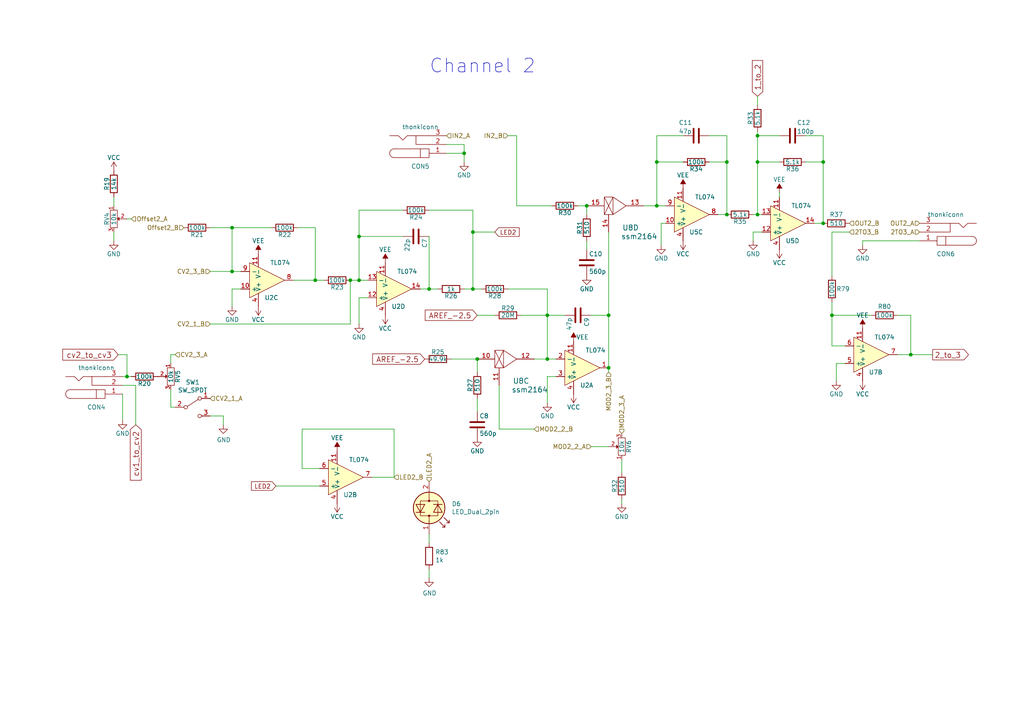
<source format=kicad_sch>
(kicad_sch (version 20211123) (generator eeschema)
  (paper "A4")
  (title_block (title "Tetra VCA") (date "2021-07-21") (rev "1") (company "SOLI.SYNTH") (comment 1 "www.solisynth.com"))
  (lib_symbols
    (symbol "Device:C" (pin_numbers hide) (pin_names (offset 0.254))
      (property "Reference" "C" (at 0.635 2.54 0))
      (property "Value" "C" (at 0.635 -2.54 0))
      (symbol "C_0_1"
        (polyline (pts (xy -2.032 -0.762) (xy 2.032 -0.762)) (stroke (width 0.508)))
        (polyline (pts (xy -2.032 0.762) (xy 2.032 0.762)) (stroke (width 0.508)))
      )
      (symbol "C_1_1"
        (pin passive line (at 0 3.81 270) (length 2.794) (name "~") (number "1"))
        (pin passive line (at 0 -3.81 90) (length 2.794) (name "~") (number "2"))
      )
    )
    (symbol "Device:R" (pin_numbers hide) (pin_names (offset 0))
      (property "Reference" "R" (at 2.032 0 90))
      (property "Value" "R" (at 0 0 90))
      (symbol "R_0_1"
        (rectangle (start -1.016 -2.54) (end 1.016 2.54) (stroke (width 0.254)))
      )
      (symbol "R_1_1"
        (pin passive line (at 0 3.81 270) (length 1.27) (name "~") (number "1"))
        (pin passive line (at 0 -3.81 90) (length 1.27) (name "~") (number "2"))
      )
    )
    (symbol "TetraVCA-rescue:LED_Dual_2pin-Device" (pin_names (offset 0) hide)
      (property "Reference" "D" (at 0 5.715 0))
      (property "Value" "LED_Dual_2pin-Device" (at 0 -6.35 0))
      (symbol "LED_Dual_2pin-Device_0_1"
        (circle (center -2.032 0) (radius 0.254) (fill (type outline)))
        (polyline (pts (xy -4.572 0) (xy -2.54 0)))
        (polyline (pts (xy -2.032 0) (xy -2.54 0)))
        (polyline (pts (xy -1.016 3.81) (xy -1.016 1.27)) (stroke (width 0.2032)))
        (polyline (pts (xy 1.27 -1.27) (xy 1.27 -3.81)) (stroke (width 0.2032)))
        (polyline (pts (xy 4.064 0) (xy 2.286 0)) (fill (type outline)))
        (polyline (pts (xy 4.318 5.842) (xy 4.318 5.08)) (stroke (width 0.2032)))
        (polyline (pts (xy 5.588 4.572) (xy 5.588 3.81)) (stroke (width 0.2032)))
        (polyline (pts (xy 2.794 4.318) (xy 4.318 5.842) (xy 3.556 5.842)) (stroke (width 0.2032)))
        (polyline (pts (xy 4.064 3.048) (xy 5.588 4.572) (xy 4.826 4.572)) (stroke (width 0.2032)))
        (polyline (pts (xy -1.016 -1.27) (xy -1.016 -3.81) (xy 1.27 -2.54) (xy -1.016 -1.27)) (stroke (width 0.2032)))
        (polyline (pts (xy 1.27 3.81) (xy 1.27 1.27) (xy -1.016 2.54) (xy 1.27 3.81)) (stroke (width 0.2032)))
        (polyline (pts (xy 2.286 2.54) (xy -2.032 2.54) (xy -2.032 -2.54) (xy 2.286 -2.54) (xy 2.286 2.54)))
        (circle (center 0 0) (radius 4.572) (stroke (width 0.254)) (fill (type background)))
        (circle (center 2.286 0) (radius 0.254) (fill (type outline)))
      )
      (symbol "LED_Dual_2pin-Device_1_1"
        (pin input line (at 7.62 0 180) (length 3.81) (name "KA") (number "1"))
        (pin input line (at -7.62 0 0) (length 3.048) (name "AK") (number "2"))
      )
    )
    (symbol "TetraVCA-rescue:SW_SPDT-Switch" (pin_names (offset 0) hide)
      (property "Reference" "SW" (at 0 4.318 0))
      (property "Value" "SW_SPDT-Switch" (at 0 -5.08 0))
      (symbol "SW_SPDT-Switch_0_0"
        (circle (center -2.032 0) (radius 0.508))
        (circle (center 2.032 -2.54) (radius 0.508))
      )
      (symbol "SW_SPDT-Switch_0_1"
        (polyline (pts (xy -1.524 0.254) (xy 1.651 2.286)))
        (circle (center 2.032 2.54) (radius 0.508))
      )
      (symbol "SW_SPDT-Switch_1_1"
        (pin passive line (at 5.08 2.54 180) (length 2.54) (name "A") (number "1"))
        (pin passive line (at -5.08 0 0) (length 2.54) (name "B") (number "2"))
        (pin passive line (at 5.08 -2.54 180) (length 2.54) (name "C") (number "3"))
      )
    )
    (symbol "TetraVCA_3_0-rescue:POT-tetraVCA-rescue-TetraVCA_2.0-rescue" (pin_names (offset 1.016) hide)
      (property "Reference" "RV" (at 0 -2.032 0))
      (property "Value" "POT-tetraVCA-rescue-TetraVCA_2.0-rescue" (at 0 0 0))
      (symbol "POT-tetraVCA-rescue-TetraVCA_2.0-rescue_0_1"
        (rectangle (start -2.54 1.016) (end 2.54 -1.016))
        (polyline (pts (xy 0 1.016) (xy -0.508 1.524) (xy 0.508 1.524)) (fill (type outline)))
      )
      (symbol "POT-tetraVCA-rescue-TetraVCA_2.0-rescue_1_1"
        (pin passive line (at -3.81 0 0) (length 1.27) (name "1") (number "1"))
        (pin passive line (at 0 3.81 270) (length 2.54) (name "2") (number "2"))
        (pin passive line (at 3.81 0 180) (length 1.27) (name "3") (number "3"))
      )
    )
    (symbol "TetraVCA_3_0-rescue:TL074-tetraVCA-rescue-TetraVCA_2.0-rescue"
      (property "Reference" "U" (at 1.27 5.08 0))
      (property "Value" "TL074-tetraVCA-rescue-TetraVCA_2.0-rescue" (at 3.81 -5.08 0))
      (symbol "TL074-tetraVCA-rescue-TetraVCA_2.0-rescue_0_1"
        (polyline (pts (xy -5.08 5.08) (xy 5.08 0) (xy -5.08 -5.08) (xy -5.08 5.08)) (stroke (width 0.1524)) (fill (type background)))
        (pin power_in line (at -2.54 -7.62 90) (length 3.81) (name "V-") (number "11"))
        (pin power_in line (at -2.54 7.62 270) (length 3.81) (name "V+") (number "4"))
      )
      (symbol "TL074-tetraVCA-rescue-TetraVCA_2.0-rescue_1_1"
        (pin output line (at 7.62 0 180) (length 2.54) (name "~") (number "1"))
        (pin input line (at -7.62 -2.54 0) (length 2.54) (name "-") (number "2"))
        (pin input line (at -7.62 2.54 0) (length 2.54) (name "+") (number "3"))
      )
      (symbol "TL074-tetraVCA-rescue-TetraVCA_2.0-rescue_2_1"
        (pin input line (at -7.62 2.54 0) (length 2.54) (name "+") (number "5"))
        (pin input line (at -7.62 -2.54 0) (length 2.54) (name "-") (number "6"))
        (pin output line (at 7.62 0 180) (length 2.54) (name "~") (number "7"))
      )
      (symbol "TL074-tetraVCA-rescue-TetraVCA_2.0-rescue_3_1"
        (pin input line (at -7.62 2.54 0) (length 2.54) (name "+") (number "10"))
        (pin output line (at 7.62 0 180) (length 2.54) (name "~") (number "8"))
        (pin input line (at -7.62 -2.54 0) (length 2.54) (name "-") (number "9"))
      )
      (symbol "TL074-tetraVCA-rescue-TetraVCA_2.0-rescue_4_1"
        (pin input line (at -7.62 2.54 0) (length 2.54) (name "+") (number "12"))
        (pin input line (at -7.62 -2.54 0) (length 2.54) (name "-") (number "13"))
        (pin output line (at 7.62 0 180) (length 2.54) (name "~") (number "14"))
      )
    )
    (symbol "TetraVCA_3_0-rescue:ssm2164-tetraVCA-rescue-TetraVCA_2.0-rescue" (pin_names (offset 1.016))
      (property "Reference" "U" (at 6.35 -6.35 0))
      (property "Value" "ssm2164-tetraVCA-rescue-TetraVCA_2.0-rescue" (at 8.89 -8.89 0))
      (symbol "ssm2164-tetraVCA-rescue-TetraVCA_2.0-rescue_1_1"
        (polyline (pts (xy -1.27 2.54) (xy -1.27 -2.54) (xy 1.27 -2.54) (xy 5.08 0) (xy 1.27 2.54) (xy 1.27 -2.54) (xy -1.27 2.54) (xy 1.27 2.54) (xy -1.27 -2.54)))
        (pin input line (at -6.35 0 0) (length 5.08) (name "~") (number "2"))
        (pin input line (at 0 -7.62 90) (length 5.08) (name "~") (number "3"))
        (pin input line (at 10.16 0 180) (length 5.08) (name "~") (number "4"))
      )
      (symbol "ssm2164-tetraVCA-rescue-TetraVCA_2.0-rescue_2_1"
        (polyline (pts (xy -1.27 2.54) (xy -1.27 -2.54) (xy 1.27 -2.54) (xy 5.08 0) (xy 1.27 2.54) (xy 1.27 -2.54) (xy -1.27 2.54) (xy 1.27 2.54) (xy -1.27 -2.54)))
        (pin input line (at 10.16 0 180) (length 5.08) (name "~") (number "5"))
        (pin input line (at 0 -7.62 90) (length 5.08) (name "~") (number "6"))
        (pin input line (at -6.35 0 0) (length 5.08) (name "~") (number "7"))
      )
      (symbol "ssm2164-tetraVCA-rescue-TetraVCA_2.0-rescue_3_1"
        (polyline (pts (xy -1.27 2.54) (xy -1.27 -2.54) (xy 1.27 -2.54) (xy 5.08 0) (xy 1.27 2.54) (xy 1.27 -2.54) (xy -1.27 2.54) (xy 1.27 2.54) (xy -1.27 -2.54)))
        (pin input line (at -6.35 0 0) (length 5.08) (name "~") (number "10"))
        (pin input line (at 0 -7.62 90) (length 5.08) (name "~") (number "11"))
        (pin input line (at 10.16 0 180) (length 5.08) (name "~") (number "12"))
      )
      (symbol "ssm2164-tetraVCA-rescue-TetraVCA_2.0-rescue_4_1"
        (polyline (pts (xy -1.27 2.54) (xy -1.27 -2.54) (xy 1.27 -2.54) (xy 5.08 0) (xy 1.27 2.54) (xy 1.27 -2.54) (xy -1.27 2.54) (xy 1.27 2.54) (xy -1.27 -2.54)))
        (pin input line (at 10.16 0 180) (length 5.08) (name "~") (number "13"))
        (pin input line (at 0 -7.62 90) (length 5.08) (name "~") (number "14"))
        (pin input line (at -6.35 0 0) (length 5.08) (name "~") (number "15"))
      )
      (symbol "ssm2164-tetraVCA-rescue-TetraVCA_2.0-rescue_5_1"
        (rectangle (start 3.81 7.62) (end -3.81 -7.62))
        (pin input line (at 8.89 1.27 180) (length 5.08) (name "MODE") (number "1"))
        (pin input line (at 0 12.7 270) (length 5.08) (name "V+") (number "16"))
        (pin input line (at 8.89 -1.27 180) (length 5.08) (name "GND") (number "8"))
        (pin input line (at 0 -12.7 90) (length 5.08) (name "V-") (number "9"))
      )
    )
    (symbol "TetraVCA_3_0-rescue:thonkiconn-tetraVCA-rescue-TetraVCA_2.0-rescue" (pin_names (offset 1.016))
      (property "Reference" "CON" (at 0 6.35 0))
      (property "Value" "thonkiconn-tetraVCA-rescue-TetraVCA_2.0-rescue" (at 0 -5.08 0))
      (symbol "thonkiconn-tetraVCA-rescue-TetraVCA_2.0-rescue_0_1"
        (arc (start -8.89 2.54) (mid -8.5271 1.6254) (end -7.62 1.27))
        (arc (start -7.62 3.81) (mid -8.5088 3.4366) (end -8.89 2.54))
        (polyline (pts (xy -7.62 1.27) (xy 0 1.27)))
        (polyline (pts (xy 0 3.81) (xy -7.62 3.81)))
        (polyline (pts (xy 2.54 0) (xy -1.27 0) (xy -1.27 -2.54)))
        (polyline (pts (xy 2.54 -2.54) (xy -3.81 -2.54) (xy -5.08 -1.27) (xy -6.35 -2.54) (xy -8.89 -2.54)))
        (rectangle (start 2.54 3.81) (end 0 1.27))
      )
      (symbol "thonkiconn-tetraVCA-rescue-TetraVCA_2.0-rescue_1_1"
        (pin passive line (at 7.62 2.54 180) (length 5.08) (name "~") (number "1"))
        (pin passive line (at 7.62 0 180) (length 5.08) (name "~") (number "2"))
        (pin passive line (at 7.62 -2.54 180) (length 5.08) (name "~") (number "3"))
      )
    )
    (symbol "power:GND" (power) (pin_names (offset 0))
      (property "Value" "GND" (at 0 -3.81 0))
      (symbol "GND_0_1"
        (polyline (pts (xy 0 0) (xy 0 -1.27) (xy 1.27 -1.27) (xy 0 -2.54) (xy -1.27 -1.27) (xy 0 -1.27)))
      )
      (symbol "GND_1_1"
        (pin power_in line (at 0 0 270) (length 0) hide (name "GND") (number "1"))
      )
    )
    (symbol "power:VCC" (power) (pin_names (offset 0))
      (property "Value" "VCC" (at 0 3.81 0))
      (symbol "VCC_0_1"
        (polyline (pts (xy -0.762 1.27) (xy 0 2.54)))
        (polyline (pts (xy 0 0) (xy 0 2.54)))
        (polyline (pts (xy 0 2.54) (xy 0.762 1.27)))
      )
      (symbol "VCC_1_1"
        (pin power_in line (at 0 0 90) (length 0) hide (name "VCC") (number "1"))
      )
    )
    (symbol "power:VEE" (power) (pin_names (offset 0))
      (property "Value" "VEE" (at 0 3.81 0))
      (symbol "VEE_0_1"
        (polyline (pts (xy 0 0) (xy 0 2.54)))
        (polyline (pts (xy 0.762 1.27) (xy -0.762 1.27) (xy 0 2.54) (xy 0.762 1.27)) (fill (type outline)))
      )
      (symbol "VEE_1_1"
        (pin power_in line (at 0 0 90) (length 0) hide (name "VEE") (number "1"))
      )
    )
  )
  (junction (at 158.75 104.14))
  (junction (at 137.16 83.82))
  (junction (at 264.16 102.87))
  (junction (at 101.6 81.28))
  (junction (at 67.31 78.74))
  (junction (at 190.5 59.69))
  (junction (at 91.44 81.28))
  (junction (at 124.46 83.82))
  (junction (at 176.53 91.44))
  (junction (at 134.62 44.45))
  (junction (at 158.75 91.44))
  (junction (at 176.53 106.68))
  (junction (at 219.71 62.23))
  (junction (at 170.18 59.69))
  (junction (at 190.5 46.99))
  (junction (at 137.16 67.31))
  (junction (at 67.31 66.04))
  (junction (at 219.71 39.37))
  (junction (at 219.71 46.99))
  (junction (at 104.14 81.28))
  (junction (at 241.3 91.44))
  (junction (at 138.43 104.14))
  (junction (at 210.82 46.99))
  (junction (at 210.82 62.23))
  (junction (at 238.76 46.99))
  (junction (at 238.76 64.77))
  (junction (at 104.14 68.58))
  (junction (at 36.83 109.22))
  (wire (pts (xy 129.54 44.45) (xy 134.62 44.45)))
  (wire (pts (xy 124.46 60.96) (xy 137.16 60.96)))
  (wire (pts (xy 35.56 109.22) (xy 36.83 109.22)))
  (wire (pts (xy 180.34 133.35) (xy 180.34 137.16)))
  (wire (pts (xy 35.56 121.92) (xy 35.56 114.3)))
  (wire (pts (xy 60.96 120.65) (xy 64.77 120.65)))
  (wire (pts (xy 33.02 57.15) (xy 33.02 59.69)))
  (wire (pts (xy 129.54 41.91) (xy 134.62 41.91)))
  (wire (pts (xy 250.19 69.85) (xy 250.19 71.12)))
  (wire (pts (xy 264.16 91.44) (xy 260.35 91.44)))
  (wire (pts (xy 149.86 59.69) (xy 149.86 39.37)))
  (wire (pts (xy 218.44 62.23) (xy 219.71 62.23)))
  (wire (pts (xy 49.53 113.03) (xy 49.53 118.11)))
  (wire (pts (xy 176.53 67.31) (xy 176.53 91.44)))
  (wire (pts (xy 180.34 144.78) (xy 180.34 146.05)))
  (wire (pts (xy 158.75 91.44) (xy 158.75 104.14)))
  (wire (pts (xy 170.18 69.85) (xy 170.18 72.39)))
  (wire (pts (xy 137.16 83.82) (xy 139.7 83.82)))
  (wire (pts (xy 134.62 41.91) (xy 134.62 44.45)))
  (wire (pts (xy 151.13 91.44) (xy 158.75 91.44)))
  (wire (pts (xy 104.14 60.96) (xy 116.84 60.96)))
  (wire (pts (xy 121.92 83.82) (xy 124.46 83.82)))
  (wire (pts (xy 158.75 91.44) (xy 163.83 91.44)))
  (wire (pts (xy 91.44 66.04) (xy 86.36 66.04)))
  (wire (pts (xy 198.12 39.37) (xy 190.5 39.37)))
  (wire (pts (xy 220.98 67.31) (xy 218.44 67.31)))
  (wire (pts (xy 210.82 46.99) (xy 205.74 46.99)))
  (wire (pts (xy 238.76 39.37) (xy 238.76 46.99)))
  (wire (pts (xy 171.45 91.44) (xy 176.53 91.44)))
  (wire (pts (xy 104.14 86.36) (xy 104.14 93.98)))
  (wire (pts (xy 67.31 66.04) (xy 78.74 66.04)))
  (wire (pts (xy 218.44 67.31) (xy 218.44 69.85)))
  (wire (pts (xy 238.76 46.99) (xy 233.68 46.99)))
  (wire (pts (xy 92.71 140.97) (xy 80.01 140.97)))
  (wire (pts (xy 60.96 93.98) (xy 101.6 93.98)))
  (wire (pts (xy 60.96 66.04) (xy 67.31 66.04)))
  (wire (pts (xy 39.37 111.76) (xy 39.37 123.19)))
  (wire (pts (xy 144.78 124.46) (xy 154.94 124.46)))
  (wire (pts (xy 226.06 57.15) (xy 226.06 55.88)))
  (wire (pts (xy 241.3 100.33) (xy 245.11 100.33)))
  (wire (pts (xy 241.3 87.63) (xy 241.3 91.44)))
  (wire (pts (xy 264.16 102.87) (xy 270.51 102.87)))
  (wire (pts (xy 193.04 64.77) (xy 191.77 64.77)))
  (wire (pts (xy 233.68 39.37) (xy 238.76 39.37)))
  (wire (pts (xy 67.31 66.04) (xy 67.31 78.74)))
  (wire (pts (xy 124.46 154.94) (xy 124.46 157.48)))
  (wire (pts (xy 114.3 138.43) (xy 107.95 138.43)))
  (wire (pts (xy 238.76 46.99) (xy 238.76 64.77)))
  (wire (pts (xy 219.71 46.99) (xy 219.71 62.23)))
  (wire (pts (xy 219.71 30.48) (xy 219.71 27.94)))
  (wire (pts (xy 144.78 111.76) (xy 144.78 124.46)))
  (wire (pts (xy 147.32 83.82) (xy 158.75 83.82)))
  (wire (pts (xy 104.14 60.96) (xy 104.14 68.58)))
  (wire (pts (xy 170.18 59.69) (xy 170.18 62.23)))
  (wire (pts (xy 91.44 81.28) (xy 91.44 66.04)))
  (wire (pts (xy 147.32 39.37) (xy 149.86 39.37)))
  (wire (pts (xy 241.3 67.31) (xy 246.38 67.31)))
  (wire (pts (xy 33.02 67.31) (xy 33.02 69.85)))
  (wire (pts (xy 35.56 111.76) (xy 39.37 111.76)))
  (wire (pts (xy 186.69 59.69) (xy 190.5 59.69)))
  (wire (pts (xy 49.53 102.87) (xy 49.53 105.41)))
  (wire (pts (xy 106.68 86.36) (xy 104.14 86.36)))
  (wire (pts (xy 198.12 46.99) (xy 190.5 46.99)))
  (wire (pts (xy 190.5 59.69) (xy 193.04 59.69)))
  (wire (pts (xy 36.83 109.22) (xy 38.1 109.22)))
  (wire (pts (xy 101.6 93.98) (xy 101.6 81.28)))
  (wire (pts (xy 104.14 81.28) (xy 106.68 81.28)))
  (wire (pts (xy 49.53 118.11) (xy 50.8 118.11)))
  (wire (pts (xy 190.5 46.99) (xy 190.5 59.69)))
  (wire (pts (xy 130.81 104.14) (xy 138.43 104.14)))
  (wire (pts (xy 241.3 91.44) (xy 241.3 100.33)))
  (wire (pts (xy 161.29 109.22) (xy 158.75 109.22)))
  (wire (pts (xy 149.86 59.69) (xy 160.02 59.69)))
  (wire (pts (xy 167.64 59.69) (xy 170.18 59.69)))
  (wire (pts (xy 64.77 120.65) (xy 64.77 123.19)))
  (wire (pts (xy 242.57 105.41) (xy 242.57 110.49)))
  (wire (pts (xy 219.71 39.37) (xy 219.71 46.99)))
  (wire (pts (xy 124.46 165.1) (xy 124.46 167.64)))
  (wire (pts (xy 34.29 102.87) (xy 36.83 102.87)))
  (wire (pts (xy 91.44 81.28) (xy 93.98 81.28)))
  (wire (pts (xy 191.77 64.77) (xy 191.77 71.12)))
  (wire (pts (xy 114.3 124.46) (xy 114.3 138.43)))
  (wire (pts (xy 137.16 60.96) (xy 137.16 67.31)))
  (wire (pts (xy 176.53 106.68) (xy 176.53 107.95)))
  (wire (pts (xy 210.82 62.23) (xy 208.28 62.23)))
  (wire (pts (xy 104.14 68.58) (xy 104.14 81.28)))
  (wire (pts (xy 92.71 135.89) (xy 87.63 135.89)))
  (wire (pts (xy 219.71 62.23) (xy 220.98 62.23)))
  (wire (pts (xy 260.35 102.87) (xy 264.16 102.87)))
  (wire (pts (xy 226.06 46.99) (xy 219.71 46.99)))
  (wire (pts (xy 154.94 104.14) (xy 158.75 104.14)))
  (wire (pts (xy 137.16 67.31) (xy 137.16 83.82)))
  (wire (pts (xy 252.73 91.44) (xy 241.3 91.44)))
  (wire (pts (xy 205.74 39.37) (xy 210.82 39.37)))
  (wire (pts (xy 138.43 104.14) (xy 138.43 107.95)))
  (wire (pts (xy 219.71 38.1) (xy 219.71 39.37)))
  (wire (pts (xy 158.75 83.82) (xy 158.75 91.44)))
  (wire (pts (xy 67.31 83.82) (xy 67.31 88.9)))
  (wire (pts (xy 241.3 67.31) (xy 241.3 80.01)))
  (wire (pts (xy 101.6 81.28) (xy 104.14 81.28)))
  (wire (pts (xy 116.84 68.58) (xy 104.14 68.58)))
  (wire (pts (xy 158.75 104.14) (xy 161.29 104.14)))
  (wire (pts (xy 143.51 67.31) (xy 137.16 67.31)))
  (wire (pts (xy 124.46 83.82) (xy 127 83.82)))
  (wire (pts (xy 264.16 102.87) (xy 264.16 91.44)))
  (wire (pts (xy 85.09 81.28) (xy 91.44 81.28)))
  (wire (pts (xy 158.75 109.22) (xy 158.75 116.84)))
  (wire (pts (xy 134.62 44.45) (xy 134.62 46.99)))
  (wire (pts (xy 171.45 129.54) (xy 176.53 129.54)))
  (wire (pts (xy 87.63 135.89) (xy 87.63 124.46)))
  (wire (pts (xy 236.22 64.77) (xy 238.76 64.77)))
  (wire (pts (xy 250.19 69.85) (xy 266.7 69.85)))
  (wire (pts (xy 245.11 105.41) (xy 242.57 105.41)))
  (wire (pts (xy 67.31 78.74) (xy 69.85 78.74)))
  (wire (pts (xy 87.63 124.46) (xy 114.3 124.46)))
  (wire (pts (xy 124.46 68.58) (xy 124.46 83.82)))
  (wire (pts (xy 134.62 83.82) (xy 137.16 83.82)))
  (wire (pts (xy 210.82 46.99) (xy 210.82 62.23)))
  (wire (pts (xy 226.06 39.37) (xy 219.71 39.37)))
  (wire (pts (xy 50.8 102.87) (xy 49.53 102.87)))
  (wire (pts (xy 190.5 39.37) (xy 190.5 46.99)))
  (wire (pts (xy 138.43 115.57) (xy 138.43 119.38)))
  (wire (pts (xy 176.53 91.44) (xy 176.53 106.68)))
  (wire (pts (xy 60.96 78.74) (xy 67.31 78.74)))
  (wire (pts (xy 36.83 63.5) (xy 38.1 63.5)))
  (wire (pts (xy 138.43 91.44) (xy 143.51 91.44)))
  (wire (pts (xy 210.82 39.37) (xy 210.82 46.99)))
  (wire (pts (xy 69.85 83.82) (xy 67.31 83.82)))
  (wire (pts (xy 36.83 102.87) (xy 36.83 109.22)))
  (text "Channel 2" (at 124.46 21.59 0) (effects (font (size 3.9878 3.9878)) (justify left bottom)))
  (global_label "AREF_-2.5" (shape input) (at 123.19 104.14 180) (effects (font (size 1.524 1.524))) (property "Intersheet References" "${INTERSHEET_REFS}" (effects hide)))
  (global_label "LED2" (shape input) (at 143.51 67.31 0) (property "Intersheet References" "${INTERSHEET_REFS}" (effects hide)))
  (global_label "AREF_-2.5" (shape input) (at 138.43 91.44 180) (effects (font (size 1.524 1.524))) (property "Intersheet References" "${INTERSHEET_REFS}" (effects hide)))
  (global_label "cv1_to_cv2" (shape input) (at 39.37 123.19 270) (effects (font (size 1.6002 1.6002))) (property "Intersheet References" "${INTERSHEET_REFS}" (effects hide)))
  (global_label "LED2" (shape input) (at 80.01 140.97 180) (property "Intersheet References" "${INTERSHEET_REFS}" (effects hide)))
  (global_label "1_to_2" (shape input) (at 219.71 27.94 90) (effects (font (size 1.524 1.524))) (property "Intersheet References" "${INTERSHEET_REFS}" (effects hide)))
  (global_label "cv2_to_cv3" (shape input) (at 34.29 102.87 180) (effects (font (size 1.6002 1.6002))) (property "Intersheet References" "${INTERSHEET_REFS}" (effects hide)))
  (global_label "2_to_3" (shape output) (at 270.51 102.87 0) (effects (font (size 1.524 1.524))) (property "Intersheet References" "${INTERSHEET_REFS}" (effects hide)))
  (hierarchical_label "CV2_1_B" (shape input) (at 60.96 93.98 180))
  (hierarchical_label "OUT2_B" (shape input) (at 246.38 64.77 0))
  (hierarchical_label "Offset2_B" (shape input) (at 53.34 66.04 180))
  (hierarchical_label "CV2_3_B" (shape input) (at 60.96 78.74 180))
  (hierarchical_label "MOD2_2_A" (shape input) (at 171.45 129.54 180))
  (hierarchical_label "2TO3_B" (shape input) (at 246.38 67.31 0))
  (hierarchical_label "CV2_1_A" (shape input) (at 60.96 115.57 0))
  (hierarchical_label "MOD2_2_B" (shape input) (at 154.94 124.46 0))
  (hierarchical_label "LED2_B" (shape input) (at 114.3 138.43 0))
  (hierarchical_label "MOD2_3_A" (shape input) (at 180.34 125.73 90))
  (hierarchical_label "2TO3_A" (shape input) (at 266.7 67.31 180))
  (hierarchical_label "OUT2_A" (shape input) (at 266.7 64.77 180))
  (hierarchical_label "IN2_B" (shape input) (at 147.32 39.37 180))
  (hierarchical_label "CV2_3_A" (shape input) (at 50.8 102.87 0))
  (hierarchical_label "Offset2_A" (shape input) (at 38.1 63.5 0))
  (hierarchical_label "IN2_A" (shape input) (at 129.54 39.37 0))
  (hierarchical_label "LED2_A" (shape input) (at 124.46 139.7 90))
  (hierarchical_label "MOD2_3_B" (shape input) (at 176.53 107.95 270))
  (symbol (lib_id "TetraVCA_3_0-rescue:ssm2164-tetraVCA-rescue-TetraVCA_2.0-rescue") (at 144.78 104.14 0) (unit 3)
    (property "Reference" "U8" (at 151.13 110.49 0) (effects (font (size 1.524 1.524))))
    (property "Value" "ssm2164" (at 153.67 113.03 0) (effects (font (size 1.524 1.524))))
    (property "Footprint" "Package_SO:SOIC-16_3.9x9.9mm_P1.27mm" (effects hide))
    (property "MFN" "cool audio" (effects hide))
    (property "MPN" "SSM2164" (effects hide))
  )
  (symbol (lib_id "TetraVCA_3_0-rescue:ssm2164-tetraVCA-rescue-TetraVCA_2.0-rescue") (at 176.53 59.69 0) (unit 4)
    (property "Reference" "U8" (at 182.88 66.04 0) (effects (font (size 1.524 1.524))))
    (property "Value" "ssm2164" (at 185.42 68.58 0) (effects (font (size 1.524 1.524))))
    (property "Footprint" "Package_SO:SOIC-16_3.9x9.9mm_P1.27mm" (effects hide))
    (property "MFN" "cool audio" (effects hide))
    (property "MPN" "SSM2164" (effects hide))
  )
  (symbol (lib_id "Device:R") (at 163.83 59.69 270) (unit 1)
    (property "Reference" "R30" (at 163.83 61.722 90))
    (property "Value" "100k" (at 163.83 59.69 90))
    (property "Footprint" "Resistor_SMD:R_0603_1608Metric_Pad1.05x0.95mm_HandSolder" (effects hide))
  )
  (symbol (lib_id "Device:R") (at 170.18 66.04 180) (unit 1)
    (property "Reference" "R31" (at 168.148 66.04 90))
    (property "Value" "510" (at 170.18 66.04 90))
    (property "Footprint" "Resistor_SMD:R_0603_1608Metric_Pad1.05x0.95mm_HandSolder" (effects hide))
  )
  (symbol (lib_id "Device:C") (at 170.18 76.2 0) (unit 1)
    (property "Reference" "C10" (at 170.815 73.66 0) (effects (justify left)))
    (property "Value" "560p" (at 170.815 78.74 0) (effects (justify left)))
    (property "Footprint" "Capacitor_SMD:C_0603_1608Metric_Pad1.05x0.95mm_HandSolder" (effects hide))
  )
  (symbol (lib_id "TetraVCA_3_0-rescue:TL074-tetraVCA-rescue-TetraVCA_2.0-rescue") (at 200.66 62.23 0) (mirror x) (unit 3)
    (property "Reference" "U5" (at 201.93 67.31 0))
    (property "Value" "TL074" (at 204.47 57.15 0))
    (property "Footprint" "Package_SO:SOIC-14_3.9x8.7mm_P1.27mm" (effects hide))
    (property "MFN" "Texas Instruments" (effects hide))
    (property "MPN" "TL074" (effects hide))
  )
  (symbol (lib_id "Device:R") (at 201.93 46.99 270) (unit 1)
    (property "Reference" "R34" (at 201.93 49.022 90))
    (property "Value" "100k" (at 201.93 46.99 90))
    (property "Footprint" "Resistor_SMD:R_0603_1608Metric_Pad1.05x0.95mm_HandSolder" (effects hide))
  )
  (symbol (lib_id "Device:C") (at 201.93 39.37 270) (unit 1)
    (property "Reference" "C11" (at 196.85 35.56 90) (effects (justify left)))
    (property "Value" "47p" (at 196.85 38.1 90) (effects (justify left)))
    (property "Footprint" "Capacitor_SMD:C_0603_1608Metric_Pad1.05x0.95mm_HandSolder" (effects hide))
  )
  (symbol (lib_id "power:GND") (at 191.77 71.12 0) (unit 1)
    (property "Reference" "#PWR0127" (effects hide))
    (property "Value" "GND" (at 191.77 74.93 0))
  )
  (symbol (lib_id "power:GND") (at 170.18 80.01 0) (unit 1)
    (property "Reference" "#PWR0128" (effects hide))
    (property "Value" "GND" (at 170.18 83.82 0))
  )
  (symbol (lib_id "power:VCC") (at 198.12 69.85 180) (unit 1)
    (property "Reference" "#PWR0129" (effects hide))
    (property "Value" "VCC" (at 198.12 73.66 0))
  )
  (symbol (lib_id "power:VEE") (at 198.12 54.61 0) (unit 1)
    (property "Reference" "#PWR0130" (effects hide))
    (property "Value" "VEE" (at 198.12 50.8 0))
  )
  (symbol (lib_id "TetraVCA_3_0-rescue:TL074-tetraVCA-rescue-TetraVCA_2.0-rescue") (at 168.91 106.68 0) (mirror x) (unit 1)
    (property "Reference" "U2" (at 170.18 111.76 0))
    (property "Value" "TL074" (at 172.72 101.6 0))
    (property "Footprint" "Package_SO:SOIC-14_3.9x8.7mm_P1.27mm" (effects hide))
    (property "MFN" "Texas Instruments" (effects hide))
    (property "MPN" "TL074" (effects hide))
  )
  (symbol (lib_id "power:GND") (at 158.75 116.84 0) (unit 1)
    (property "Reference" "#PWR0131" (effects hide))
    (property "Value" "GND" (at 158.75 120.65 0))
  )
  (symbol (lib_id "TetraVCA_3_0-rescue:POT-tetraVCA-rescue-TetraVCA_2.0-rescue") (at 180.34 129.54 90) (unit 1)
    (property "Reference" "RV6" (at 182.372 129.54 0))
    (property "Value" "10k" (at 180.34 129.54 0))
    (property "Footprint" "Potentiometer_THT:Potentiometer_Alps_RK09K_Single_Vertical" (effects hide))
    (property "MFN" "Bourns" (effects hide))
    (property "MPN" "PTV09A-4025U-B103" (effects hide))
  )
  (symbol (lib_id "Device:C") (at 167.64 91.44 270) (unit 1)
    (property "Reference" "C9" (at 170.18 92.075 0) (effects (justify left)))
    (property "Value" "47p" (at 165.1 92.075 0) (effects (justify left)))
    (property "Footprint" "Capacitor_SMD:C_0603_1608Metric_Pad1.05x0.95mm_HandSolder" (effects hide))
  )
  (symbol (lib_id "Device:R") (at 138.43 111.76 180) (unit 1)
    (property "Reference" "R27" (at 136.398 111.76 90))
    (property "Value" "510" (at 138.43 111.76 90))
    (property "Footprint" "Resistor_SMD:R_0603_1608Metric_Pad1.05x0.95mm_HandSolder" (effects hide))
  )
  (symbol (lib_id "Device:C") (at 138.43 123.19 0) (unit 1)
    (property "Reference" "C8" (at 139.065 120.65 0) (effects (justify left)))
    (property "Value" "560p" (at 139.065 125.73 0) (effects (justify left)))
    (property "Footprint" "Capacitor_SMD:C_0603_1608Metric_Pad1.05x0.95mm_HandSolder" (effects hide))
  )
  (symbol (lib_id "power:GND") (at 138.43 127 0) (unit 1)
    (property "Reference" "#PWR0132" (effects hide))
    (property "Value" "GND" (at 138.43 130.81 0))
  )
  (symbol (lib_id "Device:R") (at 180.34 140.97 180) (unit 1)
    (property "Reference" "R32" (at 178.308 140.97 90))
    (property "Value" "510" (at 180.34 140.97 90))
    (property "Footprint" "Resistor_SMD:R_0603_1608Metric_Pad1.05x0.95mm_HandSolder" (effects hide))
  )
  (symbol (lib_id "power:GND") (at 180.34 146.05 0) (unit 1)
    (property "Reference" "#PWR0133" (effects hide))
    (property "Value" "GND" (at 180.34 149.86 0))
  )
  (symbol (lib_id "Device:R") (at 127 104.14 90) (unit 1)
    (property "Reference" "R25" (at 127 102.108 90))
    (property "Value" "49.9k" (at 127 104.14 90))
    (property "Footprint" "Resistor_SMD:R_0603_1608Metric_Pad1.05x0.95mm_HandSolder" (effects hide))
  )
  (symbol (lib_id "TetraVCA_3_0-rescue:TL074-tetraVCA-rescue-TetraVCA_2.0-rescue") (at 228.6 64.77 0) (mirror x) (unit 4)
    (property "Reference" "U5" (at 229.87 69.85 0))
    (property "Value" "TL074" (at 232.41 59.69 0))
    (property "Footprint" "Package_SO:SOIC-14_3.9x8.7mm_P1.27mm" (effects hide))
    (property "MFN" "Texas Instruments" (effects hide))
    (property "MPN" "TL074" (effects hide))
  )
  (symbol (lib_id "Device:R") (at 214.63 62.23 270) (unit 1)
    (property "Reference" "R35" (at 214.63 64.262 90))
    (property "Value" "5.1k" (at 214.63 62.23 90))
    (property "Footprint" "Resistor_SMD:R_0603_1608Metric_Pad1.05x0.95mm_HandSolder" (effects hide))
  )
  (symbol (lib_id "Device:R") (at 229.87 46.99 270) (unit 1)
    (property "Reference" "R36" (at 229.87 49.022 90))
    (property "Value" "5.1k" (at 229.87 46.99 90))
    (property "Footprint" "Resistor_SMD:R_0603_1608Metric_Pad1.05x0.95mm_HandSolder" (effects hide))
  )
  (symbol (lib_id "Device:C") (at 229.87 39.37 270) (unit 1)
    (property "Reference" "C12" (at 231.14 35.56 90) (effects (justify left)))
    (property "Value" "100p" (at 231.14 38.1 90) (effects (justify left)))
    (property "Footprint" "Capacitor_SMD:C_0603_1608Metric_Pad1.05x0.95mm_HandSolder" (effects hide))
  )
  (symbol (lib_id "Device:R") (at 242.57 64.77 270) (unit 1)
    (property "Reference" "R37" (at 242.57 62.23 90))
    (property "Value" "510" (at 242.57 64.77 90))
    (property "Footprint" "Resistor_SMD:R_0603_1608Metric_Pad1.05x0.95mm_HandSolder" (effects hide))
  )
  (symbol (lib_id "TetraVCA_3_0-rescue:thonkiconn-tetraVCA-rescue-TetraVCA_2.0-rescue") (at 274.32 67.31 180) (unit 1)
    (property "Reference" "CON6" (at 274.32 73.66 0))
    (property "Value" "thonkiconn" (at 274.32 62.23 0))
    (property "Footprint" "MyLib:thonkiconn" (effects hide))
    (property "MFN" "Thonk.uk" (effects hide))
    (property "MPN" "PJ398SM" (effects hide))
  )
  (symbol (lib_id "power:GND") (at 250.19 71.12 0) (unit 1)
    (property "Reference" "#PWR0134" (effects hide))
    (property "Value" "GND" (at 250.19 74.93 0))
  )
  (symbol (lib_id "Device:R") (at 147.32 91.44 90) (unit 1)
    (property "Reference" "R29" (at 147.32 89.408 90))
    (property "Value" "20M" (at 147.32 91.44 90))
    (property "Footprint" "Resistor_SMD:R_0603_1608Metric_Pad1.05x0.95mm_HandSolder" (effects hide))
  )
  (symbol (lib_id "TetraVCA_3_0-rescue:TL074-tetraVCA-rescue-TetraVCA_2.0-rescue") (at 77.47 81.28 0) (mirror x) (unit 3)
    (property "Reference" "U2" (at 78.74 86.36 0))
    (property "Value" "TL074" (at 81.28 76.2 0))
    (property "Footprint" "Package_SO:SOIC-14_3.9x8.7mm_P1.27mm" (effects hide))
    (property "MFN" "Texas Instruments" (effects hide))
    (property "MPN" "TL074" (effects hide))
  )
  (symbol (lib_id "Device:R") (at 82.55 66.04 270) (unit 1)
    (property "Reference" "R22" (at 82.55 68.072 90))
    (property "Value" "100k" (at 82.55 66.04 90))
    (property "Footprint" "Resistor_SMD:R_0603_1608Metric_Pad1.05x0.95mm_HandSolder" (effects hide))
  )
  (symbol (lib_id "Device:R") (at 97.79 81.28 270) (unit 1)
    (property "Reference" "R23" (at 97.79 83.312 90))
    (property "Value" "100k" (at 97.79 81.28 90))
    (property "Footprint" "Resistor_SMD:R_0603_1608Metric_Pad1.05x0.95mm_HandSolder" (effects hide))
  )
  (symbol (lib_id "TetraVCA_3_0-rescue:TL074-tetraVCA-rescue-TetraVCA_2.0-rescue") (at 114.3 83.82 0) (mirror x) (unit 4)
    (property "Reference" "U2" (at 115.57 88.9 0))
    (property "Value" "TL074" (at 118.11 78.74 0))
    (property "Footprint" "Package_SO:SOIC-14_3.9x8.7mm_P1.27mm" (effects hide))
    (property "MFN" "Texas Instruments" (effects hide))
    (property "MPN" "TL074" (effects hide))
  )
  (symbol (lib_id "Device:R") (at 130.81 83.82 270) (unit 1)
    (property "Reference" "R26" (at 130.81 85.852 90))
    (property "Value" "1k" (at 130.81 83.82 90))
    (property "Footprint" "Resistor_SMD:R_0603_1608Metric_Pad1.05x0.95mm_HandSolder" (effects hide))
  )
  (symbol (lib_id "Device:C") (at 120.65 68.58 270) (unit 1)
    (property "Reference" "C7" (at 123.19 69.215 0) (effects (justify left)))
    (property "Value" "22p" (at 118.11 69.215 0) (effects (justify left)))
    (property "Footprint" "Capacitor_SMD:C_0603_1608Metric_Pad1.05x0.95mm_HandSolder" (effects hide))
  )
  (symbol (lib_id "Device:R") (at 120.65 60.96 270) (unit 1)
    (property "Reference" "R24" (at 120.65 62.992 90))
    (property "Value" "100k" (at 120.65 60.96 90))
    (property "Footprint" "Resistor_SMD:R_0603_1608Metric_Pad1.05x0.95mm_HandSolder" (effects hide))
  )
  (symbol (lib_id "TetraVCA_3_0-rescue:POT-tetraVCA-rescue-TetraVCA_2.0-rescue") (at 49.53 109.22 90) (mirror x) (unit 1)
    (property "Reference" "RV5" (at 51.562 109.22 0))
    (property "Value" "10k" (at 49.53 109.22 0))
    (property "Footprint" "Potentiometer_THT:Potentiometer_Alps_RK09K_Single_Vertical" (effects hide))
    (property "MFN" "Bourns" (effects hide))
    (property "MPN" "PTV09A-4025U-B103" (effects hide))
  )
  (symbol (lib_id "power:GND") (at 104.14 93.98 0) (unit 1)
    (property "Reference" "#PWR0135" (effects hide))
    (property "Value" "GND" (at 104.14 97.79 0))
  )
  (symbol (lib_id "power:GND") (at 67.31 88.9 0) (unit 1)
    (property "Reference" "#PWR0136" (effects hide))
    (property "Value" "GND" (at 67.31 92.71 0))
  )
  (symbol (lib_id "power:VEE") (at 74.93 73.66 0) (unit 1)
    (property "Reference" "#PWR0137" (effects hide))
    (property "Value" "VEE" (at 74.93 69.85 0))
  )
  (symbol (lib_id "power:VEE") (at 111.76 76.2 0) (unit 1)
    (property "Reference" "#PWR0138" (effects hide))
    (property "Value" "VEE" (at 111.76 72.39 0))
  )
  (symbol (lib_id "power:VEE") (at 166.37 99.06 0) (unit 1)
    (property "Reference" "#PWR0139" (effects hide))
    (property "Value" "VEE" (at 168.91 97.79 0))
  )
  (symbol (lib_id "power:VEE") (at 226.06 55.88 0) (unit 1)
    (property "Reference" "#PWR0140" (effects hide))
    (property "Value" "VEE" (at 226.06 52.07 0))
  )
  (symbol (lib_id "power:VCC") (at 226.06 72.39 180) (unit 1)
    (property "Reference" "#PWR0141" (effects hide))
    (property "Value" "VCC" (at 226.06 76.2 0))
  )
  (symbol (lib_id "power:VCC") (at 166.37 114.3 180) (unit 1)
    (property "Reference" "#PWR0142" (effects hide))
    (property "Value" "VCC" (at 166.37 118.11 0))
  )
  (symbol (lib_id "power:VCC") (at 111.76 91.44 180) (unit 1)
    (property "Reference" "#PWR0143" (effects hide))
    (property "Value" "VCC" (at 111.76 95.25 0))
  )
  (symbol (lib_id "power:VCC") (at 74.93 88.9 180) (unit 1)
    (property "Reference" "#PWR0144" (effects hide))
    (property "Value" "VCC" (at 74.93 92.71 0))
  )
  (symbol (lib_id "TetraVCA_3_0-rescue:thonkiconn-tetraVCA-rescue-TetraVCA_2.0-rescue") (at 27.94 111.76 0) (mirror x) (unit 1)
    (property "Reference" "CON4" (at 27.94 118.11 0))
    (property "Value" "thonkiconn" (at 27.94 106.68 0))
    (property "Footprint" "MyLib:thonkiconn" (effects hide))
    (property "MFN" "Thonk.uk" (effects hide))
    (property "MPN" "PJ398SM" (effects hide))
  )
  (symbol (lib_id "Device:R") (at 41.91 109.22 270) (unit 1)
    (property "Reference" "R20" (at 41.91 111.252 90))
    (property "Value" "100k" (at 41.91 109.22 90))
    (property "Footprint" "Resistor_SMD:R_0603_1608Metric_Pad1.05x0.95mm_HandSolder" (effects hide))
  )
  (symbol (lib_id "TetraVCA_3_0-rescue:POT-tetraVCA-rescue-TetraVCA_2.0-rescue") (at 33.02 63.5 270) (unit 1)
    (property "Reference" "RV4" (at 30.988 63.5 0))
    (property "Value" "10k" (at 33.02 63.5 0))
    (property "Footprint" "Potentiometer_THT:Potentiometer_Alps_RK09K_Single_Vertical" (effects hide))
    (property "MPN" "RK09L1140A5E" (effects hide))
    (property "MFN" "Alps Alpine" (effects hide))
  )
  (symbol (lib_id "Device:R") (at 57.15 66.04 270) (unit 1)
    (property "Reference" "R21" (at 57.15 68.072 90))
    (property "Value" "100k" (at 57.15 66.04 90))
    (property "Footprint" "Resistor_SMD:R_0603_1608Metric_Pad1.05x0.95mm_HandSolder" (effects hide))
  )
  (symbol (lib_id "power:GND") (at 33.02 69.85 0) (unit 1)
    (property "Reference" "#PWR0145" (effects hide))
    (property "Value" "GND" (at 33.02 73.66 0))
  )
  (symbol (lib_id "Device:R") (at 33.02 53.34 180) (unit 1)
    (property "Reference" "R19" (at 30.988 53.34 90))
    (property "Value" "14k" (at 33.02 53.34 90))
    (property "Footprint" "Resistor_SMD:R_0603_1608Metric_Pad1.05x0.95mm_HandSolder" (effects hide))
  )
  (symbol (lib_id "power:VCC") (at 33.02 49.53 0) (unit 1)
    (property "Reference" "#PWR0146" (effects hide))
    (property "Value" "VCC" (at 33.02 45.72 0))
  )
  (symbol (lib_id "TetraVCA_3_0-rescue:thonkiconn-tetraVCA-rescue-TetraVCA_2.0-rescue") (at 121.92 41.91 0) (mirror x) (unit 1)
    (property "Reference" "CON5" (at 121.92 48.26 0))
    (property "Value" "thonkiconn" (at 121.92 36.83 0))
    (property "Footprint" "MyLib:thonkiconn" (effects hide))
    (property "MFN" "Thonk.uk" (effects hide))
    (property "MPN" "PJ398SM" (effects hide))
  )
  (symbol (lib_id "power:GND") (at 134.62 46.99 0) (unit 1)
    (property "Reference" "#PWR0147" (effects hide))
    (property "Value" "GND" (at 134.62 50.8 0))
  )
  (symbol (lib_id "power:GND") (at 35.56 121.92 0) (unit 1)
    (property "Reference" "#PWR0148" (effects hide))
    (property "Value" "GND" (at 35.56 125.73 0))
  )
  (symbol (lib_id "power:GND") (at 218.44 69.85 0) (unit 1)
    (property "Reference" "#PWR0149" (effects hide))
    (property "Value" "GND" (at 218.44 73.66 0))
  )
  (symbol (lib_id "Device:R") (at 219.71 34.29 180) (unit 1)
    (property "Reference" "R33" (at 217.678 34.29 90))
    (property "Value" "5.1k" (at 219.71 34.29 90))
    (property "Footprint" "Resistor_SMD:R_0603_1608Metric_Pad1.05x0.95mm_HandSolder" (effects hide))
  )
  (symbol (lib_id "Device:R") (at 143.51 83.82 270) (unit 1)
    (property "Reference" "R28" (at 143.51 85.852 90))
    (property "Value" "100k" (at 143.51 83.82 90))
    (property "Footprint" "Resistor_SMD:R_0603_1608Metric_Pad1.05x0.95mm_HandSolder" (effects hide))
  )
  (symbol (lib_id "TetraVCA_3_0-rescue:TL074-tetraVCA-rescue-TetraVCA_2.0-rescue") (at 252.73 102.87 0) (mirror x) (unit 2)
    (property "Reference" "U7" (at 254 107.95 0))
    (property "Value" "TL074" (at 256.54 97.79 0))
    (property "Footprint" "Package_SO:SOIC-14_3.9x8.7mm_P1.27mm" (effects hide))
    (property "MFN" "Texas Instruments" (effects hide))
    (property "MPN" "TL074" (effects hide))
  )
  (symbol (lib_id "power:GND") (at 242.57 110.49 0) (unit 1)
    (property "Reference" "#PWR0150" (effects hide))
    (property "Value" "GND" (at 242.57 114.3 0))
  )
  (symbol (lib_id "power:VEE") (at 250.19 95.25 0) (unit 1)
    (property "Reference" "#PWR0151" (effects hide))
    (property "Value" "VEE" (at 250.19 91.44 0))
  )
  (symbol (lib_id "power:VCC") (at 250.19 110.49 180) (unit 1)
    (property "Reference" "#PWR0152" (effects hide))
    (property "Value" "VCC" (at 250.19 114.3 0))
  )
  (symbol (lib_id "Device:R") (at 241.3 83.82 0) (unit 1)
    (property "Reference" "R79" (at 242.57 83.82 0) (effects (justify left)))
    (property "Value" "100k" (at 241.3 86.36 90) (effects (justify left)))
    (property "Footprint" "Resistor_SMD:R_0603_1608Metric_Pad1.05x0.95mm_HandSolder" (effects hide))
  )
  (symbol (lib_id "Device:R") (at 256.54 91.44 270) (unit 1)
    (property "Reference" "R80" (at 256.54 88.9 90))
    (property "Value" "100k" (at 256.54 91.44 90))
    (property "Footprint" "Resistor_SMD:R_0603_1608Metric_Pad1.05x0.95mm_HandSolder" (effects hide))
  )
  (symbol (lib_id "TetraVCA-rescue:SW_SPDT-Switch") (at 55.88 118.11 0) (unit 1)
    (property "Reference" "SW1" (at 55.88 110.871 0))
    (property "Value" "SW_SPDT" (at 55.88 113.1824 0))
    (property "Footprint" "MyLib:Switch_EG1249" (effects hide))
    (property "MFN" "E-Switch" (effects hide))
    (property "MPN" "EG1248" (effects hide))
  )
  (symbol (lib_id "power:GND") (at 64.77 123.19 0) (unit 1)
    (property "Reference" "#PWR0226" (effects hide))
    (property "Value" "GND" (at 64.897 127.5842 0))
  )
  (symbol (lib_id "TetraVCA_3_0-rescue:TL074-tetraVCA-rescue-TetraVCA_2.0-rescue") (at 100.33 138.43 0) (mirror x) (unit 2)
    (property "Reference" "U2" (at 101.6 143.51 0))
    (property "Value" "TL074" (at 104.14 133.35 0))
    (property "Footprint" "Package_SO:SOIC-14_3.9x8.7mm_P1.27mm" (effects hide))
    (property "MFN" "Texas Instruments" (effects hide))
    (property "MPN" "TL074" (effects hide))
  )
  (symbol (lib_id "power:VEE") (at 97.79 130.81 0) (unit 1)
    (property "Reference" "#PWR0227" (effects hide))
    (property "Value" "VEE" (at 97.79 127 0))
  )
  (symbol (lib_id "power:VCC") (at 97.79 146.05 180) (unit 1)
    (property "Reference" "#PWR0228" (effects hide))
    (property "Value" "VCC" (at 97.79 149.86 0))
  )
  (symbol (lib_id "TetraVCA-rescue:LED_Dual_2pin-Device") (at 124.46 147.32 270) (unit 1)
    (property "Reference" "D6" (at 131.0132 146.1516 90) (effects (justify left)))
    (property "Value" "LED_Dual_2pin" (at 131.0132 148.463 90) (effects (justify left)))
    (property "Footprint" "LED_THT:LED_D3.0mm" (effects hide))
    (property "MFN" "Lite-On" (effects hide))
    (property "MPN" "LTL-10CHJ" (effects hide))
  )
  (symbol (lib_id "Device:R") (at 124.46 161.29 0) (unit 1)
    (property "Reference" "R83" (at 126.238 160.1216 0) (effects (justify left)))
    (property "Value" "1k" (at 126.238 162.433 0) (effects (justify left)))
    (property "Footprint" "Resistor_SMD:R_0603_1608Metric_Pad1.05x0.95mm_HandSolder" (effects hide))
  )
  (symbol (lib_id "power:GND") (at 124.46 167.64 0) (unit 1)
    (property "Reference" "#PWR0229" (effects hide))
    (property "Value" "GND" (at 124.587 172.0342 0))
  )
)
</source>
